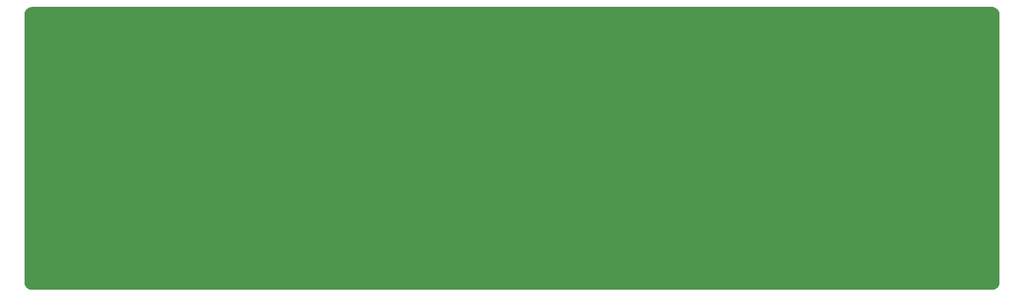
<source format=gbr>
G04 EAGLE Gerber RS-274X export*
G75*
%MOMM*%
%FSLAX34Y34*%
%LPD*%
%INCopper Layer 15*%
%IPPOS*%
%AMOC8*
5,1,8,0,0,1.08239X$1,22.5*%
G01*
%ADD10C,0.756400*%

G36*
X1577246Y530865D02*
X1577246Y530865D01*
X1577352Y530863D01*
X1577749Y530885D01*
X1578147Y530901D01*
X1578252Y530913D01*
X1578358Y530919D01*
X1578753Y530973D01*
X1579148Y531020D01*
X1579252Y531041D01*
X1579357Y531056D01*
X1579745Y531141D01*
X1580136Y531219D01*
X1580238Y531248D01*
X1580341Y531271D01*
X1580721Y531386D01*
X1581105Y531495D01*
X1581204Y531533D01*
X1581306Y531563D01*
X1581676Y531709D01*
X1582049Y531848D01*
X1582145Y531893D01*
X1582244Y531931D01*
X1582602Y532106D01*
X1582962Y532274D01*
X1583054Y532326D01*
X1583150Y532373D01*
X1583493Y532575D01*
X1583839Y532771D01*
X1583926Y532831D01*
X1584018Y532884D01*
X1584344Y533113D01*
X1584673Y533336D01*
X1584756Y533403D01*
X1584843Y533463D01*
X1585148Y533717D01*
X1585460Y533966D01*
X1585538Y534039D01*
X1585619Y534106D01*
X1585904Y534383D01*
X1586194Y534656D01*
X1586266Y534734D01*
X1586342Y534808D01*
X1586605Y535107D01*
X1586872Y535402D01*
X1586937Y535485D01*
X1587007Y535565D01*
X1587245Y535885D01*
X1587488Y536199D01*
X1587546Y536288D01*
X1587610Y536373D01*
X1587822Y536710D01*
X1588039Y537043D01*
X1588090Y537136D01*
X1588147Y537226D01*
X1588331Y537578D01*
X1588522Y537927D01*
X1588565Y538024D01*
X1588614Y538118D01*
X1588771Y538485D01*
X1588933Y538848D01*
X1588968Y538947D01*
X1589010Y539045D01*
X1589137Y539423D01*
X1589269Y539797D01*
X1589296Y539900D01*
X1589330Y540001D01*
X1589427Y540388D01*
X1589529Y540771D01*
X1589548Y540875D01*
X1589574Y540978D01*
X1589640Y541372D01*
X1589711Y541762D01*
X1589722Y541868D01*
X1589740Y541972D01*
X1589774Y542369D01*
X1589814Y542765D01*
X1589817Y542871D01*
X1589826Y542977D01*
X1589839Y543560D01*
X1589839Y977140D01*
X1589835Y977246D01*
X1589837Y977352D01*
X1589815Y977749D01*
X1589799Y978147D01*
X1589787Y978252D01*
X1589781Y978358D01*
X1589727Y978753D01*
X1589680Y979148D01*
X1589659Y979252D01*
X1589644Y979357D01*
X1589559Y979745D01*
X1589481Y980136D01*
X1589452Y980238D01*
X1589429Y980341D01*
X1589314Y980721D01*
X1589205Y981105D01*
X1589167Y981204D01*
X1589137Y981306D01*
X1588991Y981676D01*
X1588852Y982049D01*
X1588807Y982145D01*
X1588769Y982244D01*
X1588594Y982602D01*
X1588426Y982962D01*
X1588374Y983054D01*
X1588327Y983150D01*
X1588125Y983493D01*
X1587929Y983839D01*
X1587869Y983926D01*
X1587816Y984018D01*
X1587587Y984344D01*
X1587364Y984673D01*
X1587297Y984756D01*
X1587237Y984843D01*
X1586983Y985148D01*
X1586734Y985460D01*
X1586661Y985538D01*
X1586594Y985619D01*
X1586317Y985904D01*
X1586044Y986194D01*
X1585966Y986266D01*
X1585892Y986342D01*
X1585593Y986605D01*
X1585298Y986872D01*
X1585215Y986937D01*
X1585135Y987007D01*
X1584815Y987245D01*
X1584501Y987488D01*
X1584412Y987546D01*
X1584327Y987610D01*
X1583990Y987822D01*
X1583657Y988039D01*
X1583564Y988090D01*
X1583474Y988147D01*
X1583122Y988331D01*
X1582773Y988522D01*
X1582676Y988565D01*
X1582582Y988614D01*
X1582215Y988771D01*
X1581852Y988933D01*
X1581753Y988968D01*
X1581655Y989010D01*
X1581277Y989137D01*
X1580903Y989269D01*
X1580800Y989296D01*
X1580699Y989330D01*
X1580312Y989427D01*
X1579929Y989529D01*
X1579825Y989548D01*
X1579722Y989574D01*
X1579328Y989640D01*
X1578938Y989711D01*
X1578832Y989722D01*
X1578728Y989740D01*
X1578331Y989774D01*
X1577935Y989814D01*
X1577829Y989817D01*
X1577723Y989826D01*
X1577140Y989839D01*
X22860Y989839D01*
X22754Y989835D01*
X22648Y989837D01*
X22251Y989815D01*
X21853Y989799D01*
X21748Y989787D01*
X21642Y989781D01*
X21247Y989727D01*
X20852Y989680D01*
X20748Y989659D01*
X20643Y989644D01*
X20255Y989559D01*
X19864Y989481D01*
X19762Y989452D01*
X19659Y989429D01*
X19279Y989314D01*
X18895Y989205D01*
X18796Y989167D01*
X18694Y989137D01*
X18324Y988991D01*
X17951Y988852D01*
X17855Y988807D01*
X17756Y988769D01*
X17398Y988594D01*
X17038Y988426D01*
X16946Y988374D01*
X16850Y988327D01*
X16507Y988125D01*
X16161Y987929D01*
X16074Y987869D01*
X15982Y987816D01*
X15656Y987587D01*
X15327Y987364D01*
X15244Y987297D01*
X15157Y987237D01*
X14852Y986983D01*
X14540Y986734D01*
X14462Y986661D01*
X14381Y986594D01*
X14096Y986317D01*
X13806Y986044D01*
X13734Y985966D01*
X13658Y985892D01*
X13395Y985593D01*
X13128Y985298D01*
X13063Y985215D01*
X12993Y985135D01*
X12755Y984815D01*
X12512Y984501D01*
X12454Y984412D01*
X12390Y984327D01*
X12178Y983990D01*
X11961Y983657D01*
X11910Y983564D01*
X11853Y983474D01*
X11669Y983122D01*
X11478Y982773D01*
X11435Y982676D01*
X11386Y982582D01*
X11229Y982215D01*
X11067Y981852D01*
X11032Y981753D01*
X10990Y981655D01*
X10863Y981277D01*
X10731Y980903D01*
X10704Y980800D01*
X10670Y980699D01*
X10573Y980312D01*
X10471Y979929D01*
X10452Y979825D01*
X10426Y979722D01*
X10360Y979328D01*
X10289Y978938D01*
X10278Y978832D01*
X10260Y978728D01*
X10226Y978331D01*
X10186Y977935D01*
X10183Y977829D01*
X10174Y977723D01*
X10161Y977140D01*
X10161Y543560D01*
X10165Y543454D01*
X10163Y543348D01*
X10185Y542951D01*
X10201Y542553D01*
X10213Y542448D01*
X10219Y542342D01*
X10273Y541947D01*
X10320Y541552D01*
X10341Y541448D01*
X10356Y541343D01*
X10441Y540955D01*
X10519Y540564D01*
X10548Y540462D01*
X10571Y540359D01*
X10686Y539979D01*
X10795Y539595D01*
X10833Y539496D01*
X10863Y539394D01*
X11009Y539024D01*
X11148Y538651D01*
X11193Y538555D01*
X11231Y538456D01*
X11406Y538098D01*
X11574Y537738D01*
X11626Y537646D01*
X11673Y537550D01*
X11875Y537207D01*
X12071Y536861D01*
X12131Y536774D01*
X12184Y536682D01*
X12413Y536356D01*
X12636Y536027D01*
X12703Y535944D01*
X12763Y535857D01*
X13017Y535552D01*
X13266Y535240D01*
X13339Y535162D01*
X13406Y535081D01*
X13683Y534796D01*
X13956Y534506D01*
X14034Y534434D01*
X14108Y534358D01*
X14407Y534095D01*
X14702Y533828D01*
X14785Y533763D01*
X14865Y533693D01*
X15185Y533455D01*
X15499Y533212D01*
X15588Y533154D01*
X15673Y533090D01*
X16010Y532878D01*
X16343Y532661D01*
X16436Y532610D01*
X16526Y532553D01*
X16878Y532369D01*
X17227Y532178D01*
X17324Y532135D01*
X17418Y532086D01*
X17785Y531929D01*
X18148Y531767D01*
X18247Y531732D01*
X18345Y531690D01*
X18723Y531563D01*
X19097Y531431D01*
X19200Y531404D01*
X19301Y531370D01*
X19688Y531273D01*
X20071Y531171D01*
X20175Y531152D01*
X20278Y531126D01*
X20672Y531060D01*
X21062Y530989D01*
X21168Y530978D01*
X21272Y530960D01*
X21669Y530926D01*
X22065Y530886D01*
X22171Y530883D01*
X22277Y530874D01*
X22860Y530861D01*
X1577140Y530861D01*
X1577246Y530865D01*
G37*
D10*
X703985Y860640D03*
X714716Y860585D03*
X725673Y860554D03*
X737006Y860679D03*
X746930Y860654D03*
X757022Y859338D03*
X766079Y853506D03*
X771760Y842424D03*
X772029Y830761D03*
X772012Y819593D03*
X770602Y808027D03*
X762900Y797900D03*
X751700Y806458D03*
X693491Y860513D03*
X682630Y860621D03*
X671633Y860650D03*
X660110Y860698D03*
X648527Y860706D03*
X637539Y860717D03*
X626351Y860632D03*
X615215Y860538D03*
X603921Y860534D03*
X593179Y860468D03*
X581403Y860223D03*
X569909Y860717D03*
X520600Y865400D03*
X511900Y876700D03*
X509000Y889600D03*
X508900Y901800D03*
X509100Y915500D03*
X508800Y927000D03*
X508500Y937700D03*
X526400Y937300D03*
X526900Y926600D03*
X528100Y915800D03*
X527600Y902700D03*
X528400Y891100D03*
X534700Y880800D03*
X545500Y876400D03*
X558700Y874400D03*
X572300Y873500D03*
X557604Y860428D03*
X545628Y860377D03*
X533237Y860425D03*
X757304Y815304D03*
X758154Y825198D03*
X758276Y835332D03*
X753603Y844680D03*
X743651Y847479D03*
X733387Y847580D03*
X723384Y847349D03*
X713311Y847326D03*
X703042Y847496D03*
X692678Y847377D03*
X682752Y847301D03*
X672716Y847275D03*
X660974Y847326D03*
X649242Y847377D03*
X637106Y847377D03*
X626196Y847656D03*
X615432Y847651D03*
X604357Y847560D03*
X593212Y847628D03*
X581734Y847428D03*
X740639Y813356D03*
X744644Y821731D03*
X743189Y831492D03*
X733557Y834034D03*
X723453Y833895D03*
X713113Y833968D03*
X703189Y834088D03*
X704390Y766633D03*
X704454Y728985D03*
X704390Y703758D03*
X737583Y726879D03*
X750265Y726455D03*
X763087Y726166D03*
X784563Y825581D03*
X797184Y825370D03*
X829005Y859028D03*
X809589Y824931D03*
X835391Y846541D03*
X822089Y824550D03*
X841845Y834093D03*
X880910Y821494D03*
X890623Y779379D03*
X891291Y766813D03*
X891372Y754344D03*
X891621Y741876D03*
X891515Y729366D03*
X891484Y716852D03*
X891614Y704210D03*
X848164Y737756D03*
X891611Y691355D03*
X835696Y737591D03*
X822858Y736864D03*
X570710Y847349D03*
X559544Y847288D03*
X548378Y847349D03*
X537032Y847044D03*
X526108Y846983D03*
X514761Y846925D03*
X503779Y847166D03*
X492854Y846983D03*
X480901Y847105D03*
X470040Y847105D03*
X459054Y847105D03*
X436857Y847275D03*
X426281Y847296D03*
X415795Y847225D03*
X405237Y847369D03*
X394678Y847225D03*
X383901Y847443D03*
X373035Y847019D03*
X362113Y846846D03*
X350665Y846846D03*
X339306Y847456D03*
X326984Y847982D03*
X316324Y850166D03*
X307937Y857245D03*
X305227Y868520D03*
X304439Y879119D03*
X304589Y900875D03*
X304589Y889846D03*
X714289Y821454D03*
X726156Y819031D03*
X632823Y753999D03*
X622864Y753991D03*
X612828Y753966D03*
X601086Y753999D03*
X590337Y753928D03*
X577855Y753915D03*
X566641Y753943D03*
X555788Y753915D03*
X544652Y753956D03*
X533016Y753979D03*
X521782Y753958D03*
X510738Y753956D03*
X499656Y753979D03*
X488539Y753969D03*
X477451Y753994D03*
X466535Y753991D03*
X455788Y753930D03*
X443868Y753905D03*
X433111Y753935D03*
X421036Y753918D03*
X409811Y753966D03*
X398775Y753991D03*
X376969Y753966D03*
X366392Y753986D03*
X355907Y753915D03*
X345455Y753781D03*
X334790Y753915D03*
X663191Y753963D03*
X653174Y753941D03*
X643232Y753991D03*
X694009Y753953D03*
X683722Y753925D03*
X673161Y753948D03*
X632902Y766618D03*
X622976Y766542D03*
X612940Y766516D03*
X601198Y766567D03*
X590448Y766478D03*
X577997Y766435D03*
X566651Y766615D03*
X555876Y766663D03*
X544764Y766557D03*
X533253Y766608D03*
X522018Y766425D03*
X510934Y766590D03*
X499768Y766529D03*
X488602Y766590D03*
X477538Y766567D03*
X466646Y766542D03*
X455900Y766481D03*
X444002Y766407D03*
X433222Y766486D03*
X421051Y766638D03*
X410312Y766564D03*
X399644Y766542D03*
X377081Y766516D03*
X366504Y766536D03*
X356019Y766465D03*
X345669Y766453D03*
X334902Y766465D03*
X388610Y766567D03*
X388148Y753958D03*
X694327Y766501D03*
X683806Y766445D03*
X673887Y766557D03*
X663745Y766572D03*
X653285Y766440D03*
X643362Y766559D03*
X692729Y834078D03*
X682803Y834070D03*
X672767Y834045D03*
X661025Y834095D03*
X650276Y834006D03*
X637825Y833963D03*
X626405Y833874D03*
X615726Y833877D03*
X604591Y834085D03*
X592897Y833851D03*
X581845Y833953D03*
X570761Y833984D03*
X559595Y834057D03*
X548465Y834060D03*
X537365Y834095D03*
X526473Y834070D03*
X515727Y834009D03*
X503829Y833935D03*
X493050Y834014D03*
X480952Y833874D03*
X470091Y833874D03*
X459105Y833874D03*
X436908Y834045D03*
X426331Y834065D03*
X415846Y833994D03*
X405394Y833859D03*
X394729Y833994D03*
X383952Y834001D03*
X372852Y834083D03*
X362367Y834085D03*
X350784Y834001D03*
X339636Y833910D03*
X662201Y821444D03*
X652275Y821385D03*
X642239Y821360D03*
X630497Y821411D03*
X619747Y821322D03*
X607647Y821454D03*
X595539Y821400D03*
X584944Y821446D03*
X574063Y821400D03*
X562453Y821378D03*
X551404Y821395D03*
X540233Y821433D03*
X529067Y821373D03*
X517901Y821433D03*
X506837Y821411D03*
X495945Y821385D03*
X485198Y821324D03*
X473862Y821398D03*
X462521Y821329D03*
X450629Y821451D03*
X439445Y821393D03*
X428275Y821433D03*
X406380Y821360D03*
X395803Y821380D03*
X385318Y821309D03*
X374762Y821421D03*
X364200Y821309D03*
X353423Y821317D03*
X342323Y821398D03*
X331838Y821400D03*
X320256Y821317D03*
X309108Y821312D03*
X417909Y821411D03*
X448437Y834095D03*
X692983Y821444D03*
X683024Y821431D03*
X672661Y821403D03*
X703552Y821383D03*
X448386Y847326D03*
X632877Y741449D03*
X622917Y741474D03*
X612882Y741449D03*
X601165Y741469D03*
X590403Y741459D03*
X577850Y741451D03*
X566694Y741426D03*
X555841Y741469D03*
X544675Y741462D03*
X533070Y741462D03*
X521835Y741441D03*
X510791Y741439D03*
X499709Y741462D03*
X488592Y741451D03*
X477505Y741462D03*
X466588Y741474D03*
X456019Y741421D03*
X444045Y741472D03*
X433164Y741459D03*
X421132Y741441D03*
X409865Y741449D03*
X398828Y741474D03*
X377022Y741449D03*
X366446Y741469D03*
X663245Y741446D03*
X653250Y741424D03*
X643473Y741424D03*
X694063Y741436D03*
X683776Y741429D03*
X673214Y741431D03*
X388201Y741441D03*
X633164Y703702D03*
X623265Y703715D03*
X613108Y703689D03*
X601426Y703679D03*
X590758Y703671D03*
X578137Y703666D03*
X567022Y703689D03*
X556128Y703666D03*
X544993Y703669D03*
X533357Y703725D03*
X522166Y703704D03*
X511078Y703705D03*
X499996Y703725D03*
X488879Y703666D03*
X477756Y703692D03*
X466804Y703725D03*
X456331Y703674D03*
X663428Y703699D03*
X653572Y703710D03*
X643590Y703671D03*
X694383Y703687D03*
X684098Y703677D03*
X673677Y703715D03*
X499948Y690778D03*
X488831Y690720D03*
X632884Y716483D03*
X622986Y716496D03*
X612828Y716471D03*
X601147Y716460D03*
X590479Y716453D03*
X577858Y716448D03*
X566743Y716471D03*
X555848Y716448D03*
X544713Y716450D03*
X533077Y716506D03*
X521886Y716486D03*
X510799Y716486D03*
X499717Y716506D03*
X488599Y716448D03*
X477477Y716473D03*
X466524Y716506D03*
X456052Y716455D03*
X444089Y716465D03*
X433276Y716491D03*
X663148Y716481D03*
X653293Y716491D03*
X643311Y716453D03*
X694103Y716468D03*
X683819Y716458D03*
X673397Y716496D03*
X326664Y833895D03*
X315450Y834258D03*
X303726Y838484D03*
X293825Y846277D03*
X288435Y856546D03*
X287269Y867982D03*
X286964Y879533D03*
X286591Y891370D03*
X285961Y903326D03*
X286172Y916859D03*
X286276Y928187D03*
X283444Y938571D03*
X305676Y912556D03*
X305361Y923676D03*
X306200Y935739D03*
X319380Y934865D03*
X332468Y936755D03*
X337627Y945817D03*
X338005Y956767D03*
X337627Y968347D03*
X338005Y978418D03*
X270965Y936996D03*
X259850Y938467D03*
X254818Y949269D03*
X255130Y960072D03*
X254818Y971507D03*
X254818Y981994D03*
X404825Y858586D03*
X399539Y868279D03*
X397276Y879607D03*
X396898Y891565D03*
X396519Y902894D03*
X396143Y914725D03*
X396268Y926810D03*
X395641Y937130D03*
X385196Y937509D03*
X373113Y937887D03*
X365816Y946193D03*
X365940Y957524D03*
X365313Y968726D03*
X364683Y979173D03*
X416530Y934362D03*
X416781Y922909D03*
X417535Y911705D03*
X417662Y900377D03*
X417411Y888670D03*
X420180Y875706D03*
X427098Y865510D03*
X439306Y864250D03*
X454406Y863999D03*
X471521Y864502D03*
X484104Y864377D03*
X497695Y864629D03*
X509148Y863496D03*
X427728Y936503D03*
X438300Y937384D03*
X448617Y939650D03*
X448996Y949594D03*
X448241Y962180D03*
X447736Y976279D03*
X496829Y936831D03*
X484899Y937588D03*
X477952Y946501D03*
X477197Y958286D03*
X476743Y969162D03*
X476593Y979437D03*
X558742Y979284D03*
X559044Y967804D03*
X559648Y956473D03*
X559499Y945896D03*
X551856Y936211D03*
X538216Y936318D03*
X282814Y836300D03*
X271175Y836092D03*
X260060Y835462D03*
X248735Y835673D03*
X238039Y835881D03*
X227343Y836407D03*
X214864Y836407D03*
X204272Y840600D03*
X197457Y850461D03*
X195044Y861370D03*
X195359Y873328D03*
X195463Y885810D03*
X195885Y899025D03*
X195778Y910460D03*
X195674Y921786D03*
X196304Y932172D03*
X206055Y938990D03*
X219687Y938779D03*
X229126Y944339D03*
X228707Y956612D03*
X227769Y968223D03*
X228021Y978291D03*
X145550Y979058D03*
X144920Y967834D03*
X144920Y956927D03*
X144816Y945703D03*
X152156Y937941D03*
X163901Y935634D03*
X176484Y932066D03*
X176484Y920529D03*
X176164Y909251D03*
X175989Y898324D03*
X175900Y886612D03*
X176774Y875076D03*
X176251Y861703D03*
X177038Y851129D03*
X179789Y838921D03*
X185250Y830544D03*
X194498Y824426D03*
X208232Y821411D03*
X220116Y821324D03*
X232438Y821411D03*
X244320Y821411D03*
X256903Y821411D03*
X270187Y821411D03*
X282595Y821411D03*
X295615Y821411D03*
X173660Y824098D03*
X163340Y828375D03*
X153650Y834166D03*
X145344Y841091D03*
X138046Y850278D03*
X132131Y860852D03*
X127351Y870041D03*
X123071Y880110D03*
X118542Y889930D03*
X113566Y899340D03*
X108953Y909411D03*
X104757Y919480D03*
X100249Y929444D03*
X95844Y939201D03*
X106025Y939361D03*
X115636Y944458D03*
X114981Y954730D03*
X115273Y966092D03*
X115519Y977075D03*
X79256Y933112D03*
X69820Y937570D03*
X59332Y937481D03*
X48026Y936262D03*
X37226Y938990D03*
X33660Y948746D03*
X33345Y959338D03*
X33241Y969617D03*
X33033Y980003D03*
X19835Y931365D03*
X30058Y931451D03*
X60381Y924984D03*
X60731Y915980D03*
X60818Y903920D03*
X63790Y891507D03*
X71412Y882663D03*
X79695Y874481D03*
X88715Y866196D03*
X96055Y855706D03*
X103815Y845426D03*
X109985Y836432D03*
X115395Y827369D03*
X122441Y818810D03*
X133515Y814405D03*
X144841Y812894D03*
X156040Y812767D03*
X137790Y824657D03*
X128877Y833468D03*
X122060Y843013D03*
X115453Y852978D03*
X111155Y863257D03*
X104750Y874316D03*
X100401Y883745D03*
X94963Y893534D03*
X90978Y904232D03*
X86810Y914204D03*
X83188Y923846D03*
X734245Y781281D03*
X734093Y768386D03*
X748505Y780623D03*
X748101Y767070D03*
X761098Y781685D03*
X772224Y787047D03*
X781477Y794784D03*
X784428Y808629D03*
X784763Y843839D03*
X784766Y857349D03*
X816651Y858091D03*
X806699Y853902D03*
X799236Y842736D03*
X814103Y838670D03*
X823143Y845467D03*
X829879Y832782D03*
X806214Y798251D03*
X798507Y810451D03*
X811007Y814151D03*
X749808Y714248D03*
X746760Y704088D03*
X738124Y695960D03*
X763016Y714248D03*
X762000Y701548D03*
X756920Y690880D03*
X762000Y737870D03*
X755396Y749554D03*
X735330Y715010D03*
X726948Y705866D03*
X715518Y703580D03*
X718820Y718058D03*
X163830Y791718D03*
X151892Y787400D03*
X140716Y780034D03*
X130556Y770890D03*
X121920Y760222D03*
X115316Y749808D03*
X107950Y740664D03*
X100330Y729234D03*
X90170Y719582D03*
X79756Y710946D03*
X66802Y704342D03*
X57912Y713232D03*
X47498Y716788D03*
X36068Y716534D03*
X24892Y716534D03*
X19304Y635000D03*
X30480Y635000D03*
X42164Y635508D03*
X53594Y636016D03*
X62230Y643382D03*
X63246Y654558D03*
X64008Y667004D03*
X67564Y678180D03*
X79756Y684530D03*
X89408Y693420D03*
X99568Y701294D03*
X110744Y709676D03*
X120650Y718312D03*
X125730Y728218D03*
X131064Y738632D03*
X138176Y749300D03*
X144272Y758952D03*
X153162Y767588D03*
X162814Y775208D03*
X175514Y781050D03*
X156718Y755904D03*
X152146Y744982D03*
X148336Y733298D03*
X144018Y721868D03*
X139192Y709930D03*
X134620Y698500D03*
X129286Y686562D03*
X124206Y674116D03*
X118618Y662686D03*
X111252Y652272D03*
X105664Y641350D03*
X98552Y631444D03*
X90932Y620776D03*
X270764Y774446D03*
X256413Y773303D03*
X246507Y773684D03*
X235204Y774573D03*
X224028Y774827D03*
X212852Y774446D03*
X201676Y774192D03*
X191770Y768858D03*
X182626Y762254D03*
X174752Y753364D03*
X170434Y742188D03*
X166624Y730504D03*
X161544Y718566D03*
X158750Y708406D03*
X153924Y696468D03*
X148844Y682498D03*
X143764Y671322D03*
X138430Y659384D03*
X134366Y649986D03*
X128016Y638556D03*
X121158Y627634D03*
X113538Y617220D03*
X106172Y607568D03*
X98044Y598678D03*
X91948Y589026D03*
X82296Y579120D03*
X72644Y570230D03*
X64262Y562356D03*
X61976Y549910D03*
X61976Y538226D03*
X81534Y614680D03*
X72898Y607822D03*
X63500Y601726D03*
X60452Y589026D03*
X51816Y605282D03*
X37846Y605282D03*
X18796Y604266D03*
X773684Y684022D03*
X776224Y694690D03*
X777494Y705866D03*
X777748Y717804D03*
X777748Y728726D03*
X777748Y740664D03*
X775208Y752094D03*
X764032Y763016D03*
X814832Y681990D03*
X810514Y692150D03*
X806958Y703580D03*
X806958Y715010D03*
X806450Y726440D03*
X807466Y738378D03*
X808736Y749554D03*
X813562Y759968D03*
X821436Y766826D03*
X831088Y773176D03*
X821182Y779780D03*
X808482Y781558D03*
X794258Y788670D03*
X851154Y781050D03*
X840232Y781558D03*
X840740Y770890D03*
X850646Y770890D03*
X323850Y766572D03*
X313182Y766064D03*
X302006Y765556D03*
X291338Y764032D03*
X280924Y757682D03*
X277622Y745998D03*
X275590Y734314D03*
X275336Y720852D03*
X275082Y708914D03*
X275590Y697484D03*
X275844Y685800D03*
X275590Y674878D03*
X275336Y662432D03*
X275844Y651256D03*
X275336Y638810D03*
X284734Y633476D03*
X292100Y641350D03*
X292100Y653034D03*
X291338Y665480D03*
X291592Y677672D03*
X291338Y690626D03*
X291084Y701548D03*
X290576Y712216D03*
X289814Y724662D03*
X291592Y735076D03*
X293624Y745998D03*
X298450Y755142D03*
X323850Y751586D03*
X313944Y746760D03*
X307848Y737108D03*
X306832Y725424D03*
X307086Y714248D03*
X307340Y703072D03*
X306832Y692150D03*
X307340Y680974D03*
X307340Y670052D03*
X307340Y658622D03*
X307086Y647446D03*
X306578Y636270D03*
X315976Y631952D03*
X323088Y640080D03*
X322834Y651256D03*
X323850Y662686D03*
X323596Y673608D03*
X323088Y685546D03*
X322580Y696468D03*
X322580Y707898D03*
X322834Y718820D03*
X323596Y729488D03*
X328168Y740664D03*
X354838Y739902D03*
X345440Y735838D03*
X339852Y726440D03*
X338582Y715010D03*
X338328Y704342D03*
X338582Y693928D03*
X338328Y682498D03*
X338074Y671830D03*
X338328Y661162D03*
X338074Y650494D03*
X338074Y639572D03*
X345948Y630936D03*
X354838Y638810D03*
X354584Y650240D03*
X354330Y661162D03*
X354330Y672338D03*
X354584Y684022D03*
X354330Y694944D03*
X353568Y706374D03*
X352806Y718058D03*
X358140Y729488D03*
X387350Y726186D03*
X377698Y721614D03*
X372110Y711962D03*
X372110Y701294D03*
X371094Y690372D03*
X371348Y679704D03*
X371348Y669036D03*
X371348Y658622D03*
X370840Y648208D03*
X371094Y637032D03*
X378206Y629666D03*
X385572Y637540D03*
X385826Y648970D03*
X385826Y660400D03*
X385826Y671830D03*
X385826Y683514D03*
X386080Y693928D03*
X386842Y704850D03*
X390906Y716026D03*
X422910Y713994D03*
X412750Y711708D03*
X405130Y703834D03*
X402590Y693166D03*
X401828Y680974D03*
X402590Y670306D03*
X402336Y659892D03*
X402590Y649224D03*
X402082Y637794D03*
X409448Y630428D03*
X417830Y638810D03*
X417576Y649478D03*
X417576Y660400D03*
X417576Y670560D03*
X417830Y682244D03*
X417576Y693674D03*
X422656Y703580D03*
X445770Y700532D03*
X437642Y694182D03*
X433070Y683514D03*
X433832Y671576D03*
X433324Y660654D03*
X433578Y649224D03*
X433578Y637032D03*
X441960Y630428D03*
X450088Y637540D03*
X450088Y648716D03*
X449326Y660146D03*
X448818Y671576D03*
X449834Y682498D03*
X455930Y692658D03*
X477774Y688340D03*
X469646Y681228D03*
X465074Y670306D03*
X464566Y659384D03*
X464820Y648462D03*
X464820Y637794D03*
X472948Y631190D03*
X481076Y637794D03*
X481076Y649478D03*
X481330Y660400D03*
X483108Y670814D03*
X488696Y680212D03*
X525526Y677926D03*
X514858Y677164D03*
X503936Y673608D03*
X498094Y665226D03*
X496062Y654558D03*
X496316Y644144D03*
X496570Y633476D03*
X506476Y631444D03*
X514350Y639572D03*
X513588Y651256D03*
X513842Y664972D03*
X573278Y670814D03*
X561086Y670306D03*
X549148Y670052D03*
X538734Y666242D03*
X532130Y657860D03*
X529844Y647446D03*
X529336Y635762D03*
X539242Y628396D03*
X540258Y617220D03*
X541274Y606044D03*
X541020Y595376D03*
X541020Y583184D03*
X539496Y571246D03*
X528066Y570738D03*
X516890Y570738D03*
X504698Y570484D03*
X490220Y570484D03*
X480060Y570230D03*
X466344Y570484D03*
X453898Y570484D03*
X440182Y570738D03*
X427228Y570738D03*
X415798Y568960D03*
X403606Y568706D03*
X387858Y568452D03*
X377190Y567436D03*
X366776Y567436D03*
X353060Y567944D03*
X341122Y567944D03*
X325882Y567944D03*
X312166Y567690D03*
X299212Y567690D03*
X286512Y567944D03*
X273812Y567944D03*
X262636Y568198D03*
X251206Y572008D03*
X248412Y583184D03*
X247904Y596392D03*
X248666Y609092D03*
X248412Y626110D03*
X253492Y637286D03*
X257556Y648462D03*
X258318Y660146D03*
X258572Y673354D03*
X258064Y686054D03*
X257810Y698246D03*
X257048Y710184D03*
X257302Y722630D03*
X258572Y734314D03*
X257556Y745490D03*
X258572Y757428D03*
X265176Y766826D03*
X110414Y805790D03*
X101498Y814070D03*
X95072Y823163D03*
X90094Y832942D03*
X84328Y842391D03*
X76454Y850951D03*
X69291Y859003D03*
X61163Y867461D03*
X19583Y851814D03*
X31445Y852094D03*
X42291Y851738D03*
X57937Y852449D03*
X17831Y824992D03*
X29972Y824916D03*
X40107Y824027D03*
X53391Y823341D03*
X61417Y815289D03*
X60300Y802970D03*
X71831Y803326D03*
X82931Y804545D03*
X93599Y805688D03*
X138582Y791337D03*
X127584Y790905D03*
X117272Y789686D03*
X106705Y788187D03*
X96114Y787248D03*
X85725Y786359D03*
X75946Y784784D03*
X66497Y782777D03*
X59411Y775081D03*
X60706Y764337D03*
X60503Y752170D03*
X53696Y743356D03*
X43409Y743687D03*
X32918Y743585D03*
X20345Y744423D03*
X632579Y729005D03*
X622681Y729018D03*
X612524Y728993D03*
X600842Y728983D03*
X590174Y728975D03*
X577553Y728970D03*
X566438Y728993D03*
X555544Y728970D03*
X544408Y728972D03*
X532773Y729028D03*
X521581Y729008D03*
X510494Y729008D03*
X499412Y729028D03*
X488295Y728970D03*
X477172Y728995D03*
X466220Y729028D03*
X455747Y728978D03*
X443784Y728988D03*
X432971Y729013D03*
X420870Y728995D03*
X409567Y728932D03*
X398531Y728957D03*
X662843Y729003D03*
X652988Y729013D03*
X643006Y728975D03*
X693798Y728990D03*
X683514Y728980D03*
X673092Y729018D03*
X1011898Y859049D03*
X1022528Y859045D03*
X1033485Y859015D03*
X1044715Y859037D03*
X1054792Y859013D03*
X1001454Y858974D03*
X990340Y859031D03*
X979394Y859009D03*
X967871Y858980D03*
X956312Y858988D03*
X945249Y859051D03*
X934137Y858991D03*
X922976Y859023D03*
X911656Y858969D03*
X900957Y858997D03*
X889290Y859014D03*
X877263Y858999D03*
X865364Y859040D03*
X853388Y858990D03*
X840998Y859038D03*
X1164628Y846564D03*
X1154524Y846562D03*
X1144273Y846564D03*
X1134003Y846557D03*
X1123818Y846564D03*
X1113714Y846564D03*
X1103678Y846539D03*
X1092037Y846539D03*
X1080204Y846564D03*
X1068194Y846539D03*
X1057321Y846554D03*
X1046495Y846559D03*
X1035573Y846569D03*
X1024225Y846562D03*
X1012822Y846564D03*
X1001672Y846562D03*
X990506Y846552D03*
X979340Y846562D03*
X968197Y846562D03*
X957222Y846551D03*
X945901Y846569D03*
X934791Y846531D03*
X923790Y846551D03*
X912040Y846546D03*
X901103Y846546D03*
X890169Y846549D03*
X867819Y846539D03*
X857242Y846559D03*
X846757Y846539D03*
X879246Y846539D03*
X704378Y716486D03*
X1398133Y821555D03*
X1346045Y821563D03*
X1336119Y821487D03*
X1326083Y821461D03*
X1314341Y821512D03*
X1303625Y821456D03*
X1291491Y821555D03*
X1279383Y821502D03*
X1268788Y821548D03*
X1257907Y821502D03*
X1246297Y821479D03*
X1235248Y821497D03*
X1224077Y821535D03*
X1212911Y821474D03*
X1201745Y821535D03*
X1190681Y821512D03*
X1179789Y821487D03*
X1169043Y821459D03*
X1157707Y821499D03*
X1146825Y821550D03*
X1134473Y821553D03*
X1123290Y821494D03*
X1112119Y821535D03*
X1090224Y821461D03*
X1079647Y821482D03*
X1069162Y821436D03*
X1058606Y821522D03*
X1048121Y821487D03*
X1037318Y821444D03*
X1026168Y821499D03*
X1015683Y821502D03*
X1004151Y821520D03*
X992901Y821530D03*
X1101753Y821512D03*
X1376827Y821545D03*
X1366868Y821533D03*
X1356505Y821505D03*
X1387396Y821484D03*
X892076Y821512D03*
X903943Y821461D03*
X916282Y821512D03*
X928164Y821512D03*
X940747Y821512D03*
X954032Y821512D03*
X966440Y821512D03*
X979460Y821512D03*
X1271431Y834051D03*
X1261403Y834013D03*
X1251012Y834138D03*
X1241063Y834003D03*
X1230603Y834061D03*
X1220677Y834036D03*
X1210641Y834061D03*
X1198899Y834011D03*
X1188073Y834023D03*
X1175673Y834031D03*
X1164253Y834044D03*
X1153600Y834046D03*
X1142465Y834000D03*
X1130796Y834046D03*
X1119745Y834021D03*
X1108635Y834033D03*
X1097317Y834089D03*
X1086303Y834033D03*
X1075239Y834011D03*
X1064322Y834010D03*
X1053550Y834026D03*
X1041678Y834028D03*
X1030949Y834005D03*
X1018978Y833993D03*
X1007964Y833993D03*
X996954Y833993D03*
X974858Y834061D03*
X964205Y834031D03*
X953771Y834061D03*
X943268Y834028D03*
X932603Y834011D03*
X921825Y834018D03*
X910726Y833998D03*
X900241Y834000D03*
X888633Y833993D03*
X877155Y834104D03*
X986311Y834011D03*
X864615Y834115D03*
X853248Y834071D03*
X1282570Y766658D03*
X1211031Y766846D03*
X1201029Y766821D03*
X1190993Y766796D03*
X1179378Y766796D03*
X1168502Y766834D03*
X1156051Y766790D03*
X1144704Y766793D03*
X1133930Y766765D03*
X1122817Y766785D03*
X1111407Y766785D03*
X1100071Y766780D03*
X1089038Y766793D03*
X1077796Y766808D03*
X1066655Y766844D03*
X1055693Y766846D03*
X1044674Y766821D03*
X1033953Y766836D03*
X1022055Y766762D03*
X1011276Y766841D03*
X999129Y766816D03*
X988365Y766844D03*
X977748Y766846D03*
X955134Y766821D03*
X944557Y766816D03*
X934072Y766821D03*
X923722Y766808D03*
X912955Y766821D03*
X966663Y766846D03*
X1272380Y766856D03*
X1261859Y766801D03*
X1252017Y766785D03*
X1241849Y766801D03*
X1231339Y766796D03*
X1221466Y766813D03*
X901624Y766826D03*
X1325865Y779257D03*
X1315403Y779234D03*
X1305291Y779358D03*
X1295100Y779358D03*
X1254242Y779292D03*
X1244316Y779267D03*
X1234280Y779394D03*
X1222538Y779394D03*
X1211788Y779356D03*
X1199337Y779313D03*
X1188019Y779275D03*
X1177239Y779277D03*
X1166104Y779402D03*
X1154206Y779379D03*
X1143358Y779302D03*
X1132274Y779366D03*
X1121108Y779407D03*
X1109957Y779399D03*
X1098878Y779409D03*
X1088022Y779402D03*
X1077239Y779358D03*
X1065342Y779285D03*
X1054562Y779363D03*
X1042464Y779275D03*
X1031705Y779325D03*
X1020592Y779275D03*
X998421Y779394D03*
X987844Y779414D03*
X977359Y779343D03*
X966907Y779259D03*
X956241Y779343D03*
X945464Y779351D03*
X934364Y779381D03*
X923897Y779384D03*
X912297Y779351D03*
X901149Y779259D03*
X1009950Y779412D03*
X1284889Y779371D03*
X1274625Y779318D03*
X1264930Y779361D03*
X1211285Y754324D03*
X1201257Y754324D03*
X1191222Y754350D03*
X1179606Y754350D03*
X1168730Y754362D03*
X1156279Y754344D03*
X1144933Y754347D03*
X1134133Y754344D03*
X1123046Y754339D03*
X1111636Y754339D03*
X1100300Y754334D03*
X1089266Y754347D03*
X1078024Y754362D03*
X1066935Y754347D03*
X1055921Y754350D03*
X1044903Y754350D03*
X1034181Y754365D03*
X1022360Y754367D03*
X1011479Y754344D03*
X999510Y754339D03*
X988593Y754322D03*
X977976Y754349D03*
X955363Y754324D03*
X944786Y754344D03*
X934326Y754324D03*
X923950Y754362D03*
X913133Y754324D03*
X966815Y754349D03*
X1231567Y754350D03*
X1221694Y754367D03*
X901827Y754329D03*
X1072007Y676859D03*
X1083361Y676148D03*
X1092886Y671347D03*
X1098474Y662076D03*
X1099541Y651586D03*
X1099871Y641274D03*
X1091667Y631571D03*
X1081964Y637515D03*
X1082065Y648614D03*
X1080567Y663296D03*
X1106703Y680517D03*
X1110894Y670382D03*
X1113434Y659892D03*
X1113942Y648792D03*
X1113688Y638480D03*
X1121461Y630606D03*
X1130122Y635508D03*
X1129843Y646354D03*
X1129843Y657784D03*
X1129157Y669239D03*
X1125830Y680517D03*
X1114476Y690220D03*
X1132865Y697941D03*
X1139850Y689381D03*
X1143432Y679475D03*
X1144092Y669163D03*
X1144219Y658292D03*
X1145057Y647319D03*
X1145540Y637184D03*
X1153135Y630072D03*
X1160475Y637845D03*
X1160780Y649199D03*
X1160297Y659816D03*
X1159866Y670560D03*
X1160170Y681965D03*
X1156792Y692734D03*
X1150544Y701777D03*
X1140841Y703809D03*
X1157732Y715467D03*
X1167130Y707314D03*
X1173048Y696824D03*
X1174928Y686181D03*
X1175156Y675411D03*
X1176528Y664108D03*
X1176833Y653771D03*
X1176452Y642925D03*
X1179297Y632714D03*
X1190015Y633298D03*
X1191539Y644373D03*
X1191971Y655091D03*
X1191616Y666725D03*
X1191463Y678459D03*
X1191235Y689534D03*
X1190574Y701396D03*
X1187171Y711378D03*
X1175029Y715315D03*
X1183970Y729005D03*
X1195400Y728142D03*
X1206983Y727558D03*
X1217676Y723697D03*
X1223061Y713943D03*
X1224229Y702564D03*
X1225245Y691947D03*
X1224559Y680085D03*
X1224915Y669163D03*
X1224737Y658851D03*
X1224864Y647675D03*
X1223645Y636219D03*
X1215441Y629844D03*
X1208049Y639064D03*
X1206830Y650291D03*
X1207567Y662737D03*
X1208075Y675361D03*
X1207973Y687680D03*
X1208075Y701497D03*
X1202665Y715035D03*
X1216000Y740766D03*
X1226693Y736371D03*
X1233348Y727685D03*
X1238123Y716610D03*
X1239774Y705409D03*
X1239774Y693572D03*
X1239647Y682244D03*
X1240155Y670535D03*
X1240536Y659079D03*
X1240155Y648640D03*
X1240155Y636422D03*
X1249451Y631393D03*
X1255497Y640207D03*
X1254735Y651408D03*
X1254633Y662229D03*
X1254506Y673557D03*
X1253490Y685140D03*
X1253363Y696468D03*
X1253617Y707796D03*
X1252093Y719379D03*
X1250848Y731571D03*
X1240028Y740131D03*
X1247699Y753974D03*
X1257402Y747700D03*
X1266063Y740512D03*
X1270102Y729183D03*
X1271118Y717220D03*
X1270991Y705409D03*
X1271346Y692937D03*
X1270991Y680593D03*
X1271854Y669265D03*
X1272362Y657555D03*
X1271981Y646862D03*
X1272108Y634644D03*
X1286459Y634898D03*
X1286332Y646100D03*
X1286713Y656819D03*
X1287475Y668757D03*
X1286078Y680212D03*
X1286332Y691312D03*
X1285570Y703377D03*
X1285316Y714705D03*
X1284935Y725653D03*
X1284326Y736981D03*
X1279652Y747446D03*
X1268578Y752856D03*
X1292123Y759765D03*
X1299921Y749452D03*
X1302309Y738251D03*
X1302690Y726415D03*
X1302563Y713715D03*
X1302817Y701370D03*
X1302436Y688416D03*
X1302563Y676707D03*
X1303198Y665505D03*
X1302436Y653796D03*
X1302944Y642849D03*
X1309853Y632257D03*
X1317295Y641198D03*
X1318666Y652272D03*
X1317930Y665759D03*
X1316406Y679348D03*
X1316787Y691413D03*
X1317295Y704266D03*
X1317041Y715975D03*
X1316787Y728294D03*
X1317295Y741655D03*
X1316279Y753491D03*
X1306728Y762660D03*
X1328039Y766801D03*
X1333475Y756107D03*
X1334389Y743052D03*
X1335278Y730707D03*
X1335837Y718922D03*
X1335837Y706958D03*
X1336751Y695350D03*
X1336751Y682295D03*
X1336370Y670331D03*
X1336192Y658368D03*
X1335837Y644957D03*
X1337462Y633527D03*
X1347699Y628777D03*
X1349426Y617245D03*
X1349654Y605485D03*
X1351178Y592658D03*
X1349426Y576123D03*
X1337894Y569163D03*
X1326159Y568731D03*
X1313967Y568071D03*
X1302029Y566979D03*
X1288974Y568071D03*
X1275486Y568731D03*
X1263752Y567207D03*
X1251788Y567411D03*
X1239393Y567868D03*
X1227201Y567868D03*
X1215669Y567868D03*
X1204798Y567207D03*
X1192632Y567639D03*
X1179373Y568300D03*
X1167181Y567411D03*
X1154125Y567411D03*
X1140866Y567207D03*
X1128700Y567868D03*
X1116940Y567868D03*
X1105205Y568071D03*
X1094537Y568503D03*
X1081507Y568300D03*
X1067791Y568731D03*
X1055116Y570967D03*
X1051128Y583311D03*
X1051128Y595808D03*
X1052043Y612673D03*
X1054024Y625196D03*
X1061085Y636778D03*
X1066521Y647675D03*
X1062177Y659994D03*
X1053287Y667080D03*
X1038250Y669595D03*
X822884Y722986D03*
X822858Y710235D03*
X824459Y698170D03*
X877672Y690931D03*
X863600Y690956D03*
X847598Y694512D03*
X838606Y705256D03*
X835635Y719760D03*
X849097Y725018D03*
X854329Y713994D03*
X864641Y706399D03*
X878357Y704113D03*
X879323Y716839D03*
X878103Y730606D03*
X875284Y777570D03*
X1123706Y704200D03*
X1112297Y704225D03*
X1100960Y704195D03*
X1089927Y704233D03*
X1078685Y704223D03*
X1067595Y704157D03*
X1056607Y704210D03*
X1045563Y704235D03*
X1034816Y704200D03*
X1023021Y704228D03*
X1012139Y704205D03*
X1000171Y704225D03*
X989254Y704233D03*
X978662Y704210D03*
X956023Y704235D03*
X945421Y704230D03*
X934987Y704235D03*
X924560Y704223D03*
X913793Y704235D03*
X967476Y704235D03*
X902513Y704215D03*
X1145492Y716831D03*
X1134641Y716854D03*
X1123554Y716824D03*
X1112144Y716849D03*
X1100808Y716818D03*
X1089774Y716857D03*
X1078532Y716846D03*
X1067443Y716780D03*
X1056455Y716834D03*
X1045411Y716859D03*
X1034664Y716824D03*
X1022868Y716852D03*
X1011987Y716829D03*
X1000018Y716848D03*
X989101Y716857D03*
X978510Y716834D03*
X955871Y716859D03*
X945269Y716854D03*
X934834Y716859D03*
X924408Y716846D03*
X913641Y716859D03*
X967323Y716859D03*
X902360Y716839D03*
X1169213Y729419D03*
X1156762Y729402D03*
X1145416Y729404D03*
X1134615Y729402D03*
X1123528Y729397D03*
X1112119Y729397D03*
X1100783Y729391D03*
X1089749Y729404D03*
X1078507Y729419D03*
X1067417Y729404D03*
X1056404Y729407D03*
X1045385Y729407D03*
X1034664Y729422D03*
X1022843Y729425D03*
X1011961Y729402D03*
X999993Y729396D03*
X989076Y729379D03*
X978459Y729407D03*
X955845Y729381D03*
X945269Y729402D03*
X934809Y729381D03*
X924382Y729369D03*
X913615Y729381D03*
X967298Y729407D03*
X902310Y729386D03*
X1201842Y741903D03*
X1191806Y741929D03*
X1180191Y741929D03*
X1169314Y741891D03*
X1156863Y741924D03*
X1145517Y741926D03*
X1134717Y741924D03*
X1123630Y741919D03*
X1112220Y741919D03*
X1100884Y741914D03*
X1089851Y741926D03*
X1078608Y741909D03*
X1067519Y741926D03*
X1056505Y741929D03*
X1045487Y741929D03*
X1034766Y741909D03*
X1022960Y741878D03*
X1012063Y741924D03*
X1000094Y741918D03*
X989178Y741901D03*
X978560Y741929D03*
X955947Y741904D03*
X945370Y741924D03*
X934911Y741904D03*
X924484Y741891D03*
X913717Y741904D03*
X967400Y741929D03*
X902411Y741909D03*
X1070153Y859638D03*
X1081938Y860908D03*
X1094080Y860171D03*
X1106221Y860349D03*
X1118362Y859993D03*
X1130148Y860171D03*
X1142111Y859993D03*
X1154074Y859993D03*
X1165657Y860171D03*
X1177265Y862355D03*
X1187399Y869975D03*
X1188491Y881024D03*
X1188847Y893343D03*
X1189761Y904240D03*
X1189228Y915848D03*
X1188314Y926160D03*
X1188136Y937412D03*
X1177265Y939038D03*
X1166012Y940130D03*
X1156411Y944855D03*
X1156411Y956081D03*
X1157351Y967664D03*
X1157656Y980491D03*
X1239342Y981710D03*
X1240104Y970813D03*
X1241476Y959790D03*
X1240104Y948309D03*
X1234059Y938936D03*
X1222731Y938200D03*
X1208405Y938352D03*
X1209446Y926414D03*
X1207795Y915391D03*
X1208100Y902995D03*
X1208253Y892277D03*
X1207795Y879881D03*
X1206576Y867181D03*
X1199947Y856920D03*
X1177696Y846684D03*
X1189533Y848208D03*
X1209878Y848106D03*
X1220953Y848233D03*
X1232027Y847954D03*
X1243025Y847954D03*
X1254227Y848462D03*
X1265504Y848233D03*
X1276502Y849655D03*
X1288136Y850875D03*
X1296746Y857809D03*
X1300658Y868553D03*
X1301115Y881075D03*
X1300353Y894080D03*
X1300201Y905866D03*
X1300810Y917499D03*
X1300048Y928827D03*
X1298245Y940003D03*
X1286154Y939851D03*
X1273480Y941070D03*
X1268730Y950849D03*
X1267384Y963524D03*
X1268222Y977392D03*
X1320063Y935787D03*
X1333119Y937768D03*
X1345971Y940308D03*
X1352677Y949731D03*
X1351407Y963168D03*
X1351610Y974776D03*
X1320622Y923265D03*
X1320241Y909853D03*
X1319708Y894258D03*
X1318971Y881024D03*
X1319352Y867969D03*
X1317904Y855447D03*
X1311910Y846201D03*
X1281913Y834034D03*
X1292454Y834619D03*
X1304544Y835000D03*
X1316406Y835000D03*
X1327125Y835127D03*
X1337970Y834619D03*
X1348740Y835279D03*
X1360678Y836016D03*
X1370965Y836219D03*
X1382471Y835355D03*
X1393977Y836600D03*
X1405026Y840816D03*
X1411808Y849706D03*
X1412088Y862508D03*
X1412900Y873455D03*
X1411554Y885393D03*
X1410538Y897103D03*
X1410792Y908812D03*
X1411427Y920267D03*
X1410665Y932612D03*
X1401724Y938759D03*
X1388389Y940283D03*
X1380465Y947572D03*
X1381227Y958037D03*
X1380719Y969493D03*
X1379576Y981685D03*
X1429918Y932358D03*
X1438605Y939267D03*
X1449680Y940410D03*
X1461872Y942416D03*
X1460627Y953618D03*
X1459738Y963828D03*
X1460373Y972998D03*
X1461364Y982574D03*
X1431417Y919505D03*
X1430934Y907669D03*
X1431163Y894969D03*
X1431036Y883133D03*
X1430960Y871855D03*
X1431163Y859587D03*
X1429690Y846988D03*
X1426439Y837032D03*
X1419098Y829158D03*
X1409776Y822985D03*
X1429080Y822655D03*
X1440282Y826237D03*
X1449832Y831799D03*
X1457173Y841019D03*
X1462837Y850367D03*
X1468603Y860425D03*
X1472692Y870814D03*
X1476883Y881304D03*
X1481074Y891362D03*
X1486002Y901344D03*
X1491056Y911403D03*
X1496670Y923239D03*
X1504213Y937285D03*
X1491996Y942111D03*
X1489583Y952551D03*
X1489126Y964336D03*
X1489735Y978535D03*
X1520698Y930021D03*
X1527480Y938352D03*
X1539723Y939698D03*
X1552245Y940613D03*
X1563421Y941527D03*
X1572336Y950138D03*
X1572946Y961009D03*
X1572184Y972947D03*
X1516761Y918845D03*
X1510106Y909498D03*
X1506042Y898296D03*
X1500759Y888492D03*
X1495781Y878662D03*
X1490091Y867359D03*
X1484122Y856336D03*
X1479728Y845210D03*
X1474470Y834517D03*
X1468196Y823824D03*
X1457071Y815315D03*
X1484325Y831164D03*
X1489786Y842061D03*
X1495450Y852983D03*
X1502054Y864108D03*
X1510538Y873633D03*
X1519149Y881609D03*
X1528166Y889381D03*
X1537310Y897560D03*
X1540459Y908888D03*
X1541831Y921868D03*
X1582750Y931697D03*
X1570660Y932307D03*
X1540916Y873989D03*
X1541221Y862203D03*
X1544549Y850570D03*
X1555725Y850570D03*
X1568704Y850570D03*
X1582141Y851764D03*
X1531569Y868248D03*
X1523263Y860247D03*
X1515694Y852068D03*
X1511783Y841350D03*
X1505128Y830478D03*
X1497279Y818540D03*
X1488364Y813410D03*
X1477493Y806450D03*
X1498041Y804951D03*
X1509801Y804189D03*
X1521435Y803123D03*
X1533373Y801014D03*
X1540307Y810692D03*
X1545158Y821868D03*
X1556639Y823366D03*
X1567942Y822630D03*
X1581252Y823062D03*
X1582064Y742950D03*
X1571574Y742213D03*
X1560576Y741375D03*
X1547978Y742645D03*
X1540739Y751129D03*
X1540434Y762559D03*
X1540129Y774725D03*
X1532458Y783234D03*
X1521460Y785952D03*
X1510767Y786994D03*
X1499743Y789102D03*
X1488313Y790346D03*
X1477518Y790346D03*
X1465783Y791312D03*
X1482344Y779653D03*
X1490523Y771474D03*
X1495755Y761822D03*
X1499946Y750926D03*
X1504569Y739902D03*
X1510665Y729513D03*
X1518006Y719557D03*
X1526946Y712191D03*
X1536243Y701243D03*
X1545184Y712318D03*
X1556385Y712953D03*
X1568475Y712318D03*
X1580794Y712445D03*
X1581988Y631063D03*
X1568704Y630606D03*
X1554963Y630606D03*
X1543787Y633933D03*
X1536852Y642976D03*
X1536548Y655218D03*
X1535938Y667918D03*
X1531849Y679704D03*
X1522044Y686943D03*
X1512672Y694512D03*
X1503020Y704926D03*
X1496670Y715950D03*
X1492606Y726237D03*
X1486662Y736854D03*
X1480998Y748563D03*
X1476858Y760527D03*
X1468298Y771474D03*
X1458468Y779653D03*
X1485036Y715797D03*
X1487907Y703275D03*
X1491234Y691337D03*
X1493495Y678485D03*
X1496974Y664134D03*
X1500607Y649478D03*
X1505433Y634517D03*
X1511173Y621233D03*
X1519174Y609752D03*
X1525676Y597967D03*
X1537157Y588137D03*
X1541831Y598881D03*
X1552702Y605053D03*
X1564183Y604926D03*
X1576095Y605663D03*
X1539265Y538886D03*
X1538961Y549021D03*
X1535328Y560959D03*
X1524914Y570179D03*
X1514805Y576961D03*
X1506042Y586181D03*
X1497889Y596316D03*
X1490193Y606730D03*
X1485036Y619709D03*
X1479753Y632866D03*
X1478407Y643585D03*
X1475842Y655066D03*
X1472819Y666394D03*
X1469949Y679094D03*
X1467841Y692074D03*
X1465224Y704418D03*
X1464335Y716204D03*
X1464132Y728726D03*
X1460881Y742315D03*
X1453642Y753745D03*
X1446733Y765531D03*
X1434592Y770788D03*
X1422451Y773862D03*
X1405966Y776224D03*
X1391869Y776529D03*
X1376782Y776097D03*
X1363040Y776097D03*
X1351255Y776681D03*
X1338555Y777748D03*
X1032993Y874420D03*
X1045185Y873989D03*
X1056716Y874420D03*
X1068451Y878332D03*
X1075842Y886155D03*
X1076706Y897484D03*
X1077798Y910082D03*
X1077595Y920750D03*
X1077138Y932078D03*
X1067359Y938606D03*
X1054964Y940130D03*
X1045108Y947191D03*
X1046353Y957529D03*
X1046226Y969493D03*
X1046353Y981685D03*
X1128014Y981812D03*
X1128776Y970610D03*
X1128522Y959663D03*
X1128903Y947572D03*
X1122375Y939394D03*
X1110539Y939013D03*
X1096061Y938149D03*
X1096061Y925170D03*
X1096315Y914095D03*
X1096315Y903275D03*
X1096950Y891438D03*
X1095426Y880999D03*
X1088898Y871169D03*
X1100960Y691342D03*
X1089927Y691380D03*
X1078685Y691370D03*
X1067595Y691304D03*
X1056607Y691358D03*
X1045563Y691383D03*
X1034816Y691347D03*
X1023021Y691375D03*
X1012139Y691352D03*
X1000171Y691372D03*
X989254Y691380D03*
X978662Y691357D03*
X956023Y691383D03*
X945421Y691378D03*
X934987Y691383D03*
X924560Y691370D03*
X913793Y691383D03*
X967476Y691383D03*
X902513Y691363D03*
M02*

</source>
